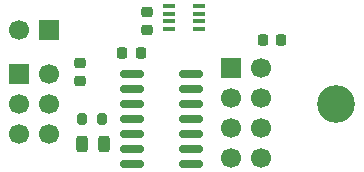
<source format=gts>
%TF.GenerationSoftware,KiCad,Pcbnew,9.0.5*%
%TF.CreationDate,2025-11-26T16:17:29+01:00*%
%TF.ProjectId,Stacja_pogody_SD,53746163-6a61-45f7-906f-676f64795f53,rev?*%
%TF.SameCoordinates,Original*%
%TF.FileFunction,Soldermask,Top*%
%TF.FilePolarity,Negative*%
%FSLAX46Y46*%
G04 Gerber Fmt 4.6, Leading zero omitted, Abs format (unit mm)*
G04 Created by KiCad (PCBNEW 9.0.5) date 2025-11-26 16:17:29*
%MOMM*%
%LPD*%
G01*
G04 APERTURE LIST*
G04 Aperture macros list*
%AMRoundRect*
0 Rectangle with rounded corners*
0 $1 Rounding radius*
0 $2 $3 $4 $5 $6 $7 $8 $9 X,Y pos of 4 corners*
0 Add a 4 corners polygon primitive as box body*
4,1,4,$2,$3,$4,$5,$6,$7,$8,$9,$2,$3,0*
0 Add four circle primitives for the rounded corners*
1,1,$1+$1,$2,$3*
1,1,$1+$1,$4,$5*
1,1,$1+$1,$6,$7*
1,1,$1+$1,$8,$9*
0 Add four rect primitives between the rounded corners*
20,1,$1+$1,$2,$3,$4,$5,0*
20,1,$1+$1,$4,$5,$6,$7,0*
20,1,$1+$1,$6,$7,$8,$9,0*
20,1,$1+$1,$8,$9,$2,$3,0*%
G04 Aperture macros list end*
%ADD10R,1.000000X0.350000*%
%ADD11R,1.700000X1.700000*%
%ADD12C,1.700000*%
%ADD13C,3.200000*%
%ADD14RoundRect,0.225000X-0.250000X0.225000X-0.250000X-0.225000X0.250000X-0.225000X0.250000X0.225000X0*%
%ADD15RoundRect,0.200000X0.200000X0.275000X-0.200000X0.275000X-0.200000X-0.275000X0.200000X-0.275000X0*%
%ADD16RoundRect,0.225000X0.225000X0.250000X-0.225000X0.250000X-0.225000X-0.250000X0.225000X-0.250000X0*%
%ADD17RoundRect,0.243750X0.243750X0.456250X-0.243750X0.456250X-0.243750X-0.456250X0.243750X-0.456250X0*%
%ADD18RoundRect,0.150000X-0.825000X-0.150000X0.825000X-0.150000X0.825000X0.150000X-0.825000X0.150000X0*%
%ADD19C,0.350000*%
G04 APERTURE END LIST*
D10*
%TO.C,U3*%
X132390000Y-35710000D03*
X132390000Y-36360000D03*
X132390000Y-37010000D03*
X132390000Y-37660000D03*
X129840000Y-37660000D03*
X129840000Y-37010000D03*
X129840000Y-36360000D03*
X129840000Y-35710000D03*
%TD*%
D11*
%TO.C,J1*%
X119645000Y-37750000D03*
D12*
X117105000Y-37750000D03*
%TD*%
D11*
%TO.C,J2*%
X117115000Y-41500000D03*
D12*
X119655000Y-41500000D03*
X117115000Y-44040000D03*
X119655000Y-44040000D03*
X117115000Y-46580000D03*
X119655000Y-46580000D03*
%TD*%
D13*
%TO.C,H1*%
X144000000Y-44000000D03*
%TD*%
D14*
%TO.C,C1*%
X128000000Y-36225000D03*
X128000000Y-37775000D03*
%TD*%
D15*
%TO.C,R1*%
X124150000Y-45260000D03*
X122500000Y-45260000D03*
%TD*%
D14*
%TO.C,C4*%
X122325000Y-40535000D03*
X122325000Y-42085000D03*
%TD*%
D16*
%TO.C,C3*%
X127425000Y-39720000D03*
X125875000Y-39720000D03*
%TD*%
D17*
%TO.C,D1*%
X124302500Y-47370000D03*
X122427500Y-47370000D03*
%TD*%
D16*
%TO.C,C2*%
X139305000Y-38590000D03*
X137755000Y-38590000D03*
%TD*%
D11*
%TO.C,U1*%
X135100000Y-40940000D03*
D12*
X137640000Y-40940000D03*
X135100000Y-43480000D03*
X137640000Y-43480000D03*
X135100000Y-46020000D03*
X137640000Y-46020000D03*
X135100000Y-48560000D03*
X137640000Y-48560000D03*
%TD*%
D18*
%TO.C,U2*%
X126735000Y-41497500D03*
X126735000Y-42767500D03*
X126735000Y-44037500D03*
X126735000Y-45307500D03*
X126735000Y-46577500D03*
X126735000Y-47847500D03*
X126735000Y-49117500D03*
X131685000Y-49117500D03*
X131685000Y-47847500D03*
X131685000Y-46577500D03*
X131685000Y-45307500D03*
X131685000Y-44037500D03*
X131685000Y-42767500D03*
X131685000Y-41497500D03*
%TD*%
D19*
X119645000Y-37750000D03*
X117105000Y-37750000D03*
X117115000Y-41500000D03*
X119655000Y-41500000D03*
X117115000Y-44040000D03*
X119655000Y-44040000D03*
X117115000Y-46580000D03*
X119655000Y-46580000D03*
X144000000Y-44000000D03*
X135100000Y-40940000D03*
X137640000Y-40940000D03*
X135100000Y-43480000D03*
X137640000Y-43480000D03*
X135100000Y-46020000D03*
X137640000Y-46020000D03*
X135100000Y-48560000D03*
X137640000Y-48560000D03*
M02*

</source>
